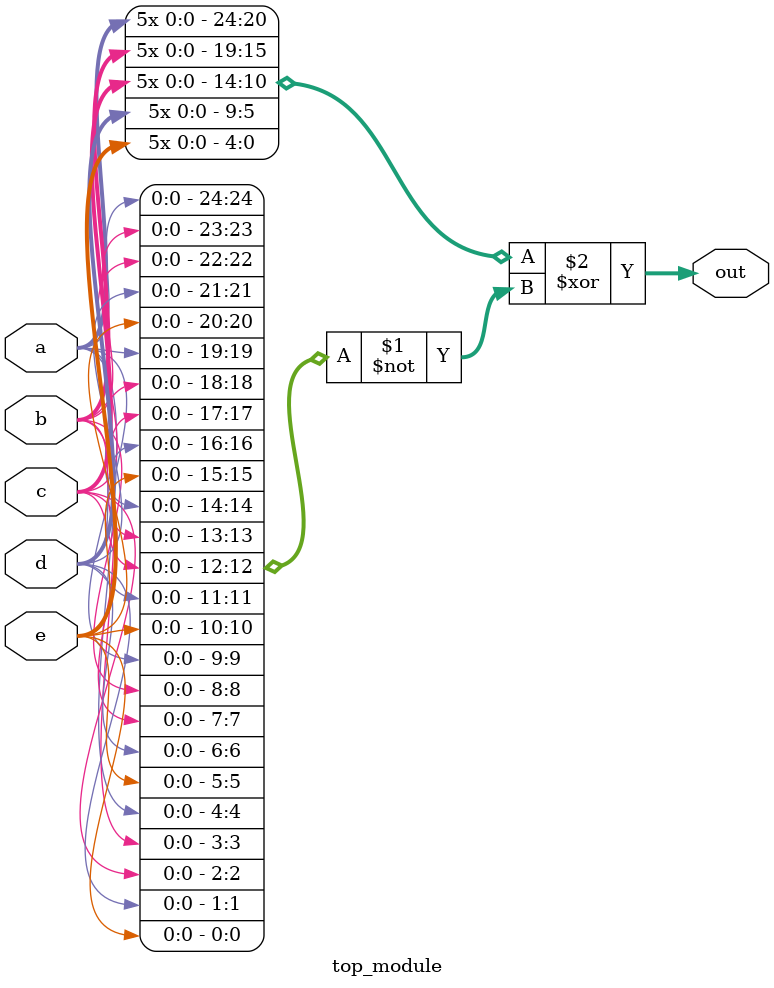
<source format=v>
module top_module(	// file.cleaned.mlir:2:3
  input         a,	// file.cleaned.mlir:2:28
                b,	// file.cleaned.mlir:2:40
                c,	// file.cleaned.mlir:2:52
                d,	// file.cleaned.mlir:2:64
                e,	// file.cleaned.mlir:2:76
  output [24:0] out	// file.cleaned.mlir:2:89
);

  assign out = {{5{a}}, {5{b}}, {5{c}}, {5{d}}, {5{e}}} ^ ~{5{a, b, c, d, e}};	// file.cleaned.mlir:4:10, :5:10, :6:10, :7:10, :8:10, :9:10, :11:10, :12:10, :13:5
endmodule


</source>
